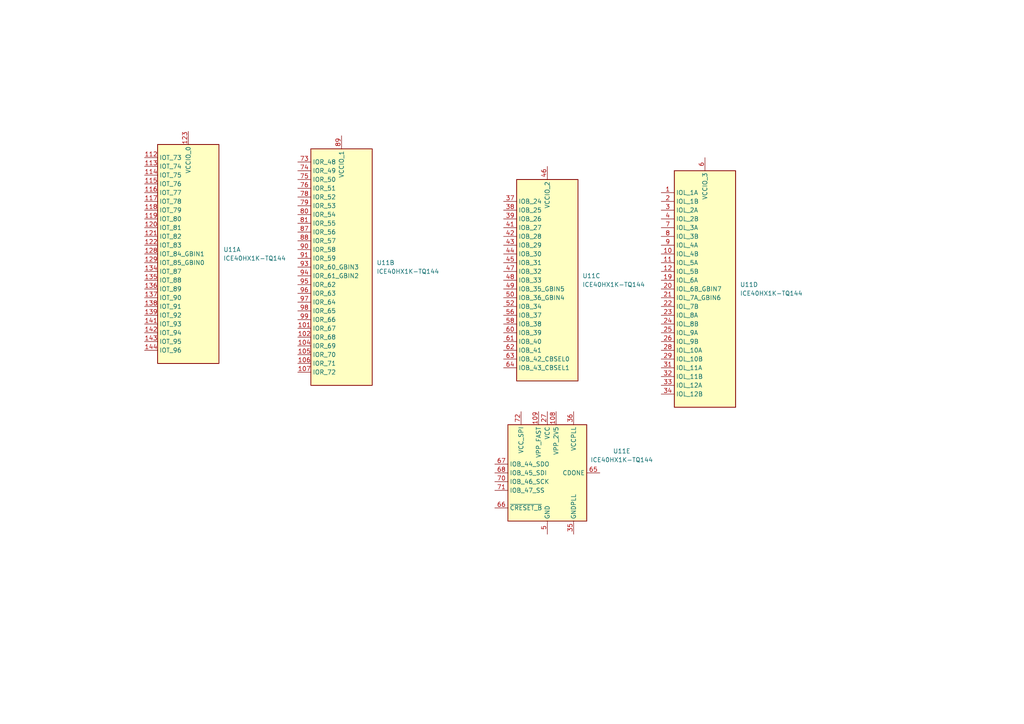
<source format=kicad_sch>
(kicad_sch (version 20231120) (generator "eeschema") (generator_version "8.0")
  (paper "A4")
  (lib_symbols
    (symbol "FPGA_Lattice:ICE40HX1K-TQ144"
      (property "Reference" "U" (at -6.35 36.83 0))
      (property "Value" "ICE40HX1K-TQ144" (at 10.16 36.83 0))
      (symbol "ICE40HX1K-TQ144_1_1"
        (rectangle (start -8.89 31.75) (end 8.89 -31.75) (stroke (width 0.254)) (fill (type background)))
        (pin bidirectional line (at -12.7 27.94 0) (length 3.81) (name "IOT_73") (number "112"))
        (pin bidirectional line (at -12.7 25.4 0) (length 3.81) (name "IOT_74") (number "113"))
        (pin bidirectional line (at -12.7 22.86 0) (length 3.81) (name "IOT_75") (number "114"))
        (pin bidirectional line (at -12.7 20.32 0) (length 3.81) (name "IOT_76") (number "115"))
        (pin bidirectional line (at -12.7 17.78 0) (length 3.81) (name "IOT_77") (number "116"))
        (pin bidirectional line (at -12.7 15.24 0) (length 3.81) (name "IOT_78") (number "117"))
        (pin bidirectional line (at -12.7 12.7 0) (length 3.81) (name "IOT_79") (number "118"))
        (pin bidirectional line (at -12.7 10.16 0) (length 3.81) (name "IOT_80") (number "119"))
        (pin bidirectional line (at -12.7 7.62 0) (length 3.81) (name "IOT_81") (number "120"))
        (pin bidirectional line (at -12.7 5.08 0) (length 3.81) (name "IOT_82") (number "121"))
        (pin bidirectional line (at -12.7 2.54 0) (length 3.81) (name "IOT_83") (number "122"))
        (pin power_in line (at 0 35.56 270) (length 3.81) (name "VCCIO_0") (number "123"))
        (pin bidirectional line (at -12.7 0 0) (length 3.81) (name "IOT_84_GBIN1") (number "128"))
        (pin bidirectional line (at -12.7 -2.54 0) (length 3.81) (name "IOT_85_GBIN0") (number "129"))
        (pin passive line (at 0 35.56 270) (length 3.81) hide (name "VCCIO_0") (number "133"))
        (pin bidirectional line (at -12.7 -5.08 0) (length 3.81) (name "IOT_87") (number "134"))
        (pin bidirectional line (at -12.7 -7.62 0) (length 3.81) (name "IOT_88") (number "135"))
        (pin bidirectional line (at -12.7 -10.16 0) (length 3.81) (name "IOT_89") (number "136"))
        (pin bidirectional line (at -12.7 -12.7 0) (length 3.81) (name "IOT_90") (number "137"))
        (pin bidirectional line (at -12.7 -15.24 0) (length 3.81) (name "IOT_91") (number "138"))
        (pin bidirectional line (at -12.7 -17.78 0) (length 3.81) (name "IOT_92") (number "139"))
        (pin bidirectional line (at -12.7 -20.32 0) (length 3.81) (name "IOT_93") (number "141"))
        (pin bidirectional line (at -12.7 -22.86 0) (length 3.81) (name "IOT_94") (number "142"))
        (pin bidirectional line (at -12.7 -25.4 0) (length 3.81) (name "IOT_95") (number "143"))
        (pin bidirectional line (at -12.7 -27.94 0) (length 3.81) (name "IOT_96") (number "144"))
        (pin no_connect line (at 7.62 10.16 180) (length 3.81) hide (name "NC") (number "15"))
        (pin no_connect line (at 7.62 7.62 180) (length 3.81) hide (name "NC") (number "16"))
        (pin no_connect line (at 7.62 5.08 180) (length 3.81) hide (name "NC") (number "17"))
        (pin no_connect line (at 7.62 -7.62 180) (length 3.81) hide (name "NC") (number "18"))
        (pin no_connect line (at 7.62 -10.16 180) (length 3.81) hide (name "NC") (number "77"))
      )
      (symbol "ICE40HX1K-TQ144_2_1"
        (rectangle (start -8.89 34.29) (end 8.89 -34.29) (stroke (width 0.254)) (fill (type background)))
        (pin passive line (at 0 38.1 270) (length 3.81) hide (name "VCCIO_1") (number "100"))
        (pin bidirectional line (at -12.7 -17.78 0) (length 3.81) (name "IOR_67") (number "101"))
        (pin bidirectional line (at -12.7 -20.32 0) (length 3.81) (name "IOR_68") (number "102"))
        (pin bidirectional line (at -12.7 -22.86 0) (length 3.81) (name "IOR_69") (number "104"))
        (pin bidirectional line (at -12.7 -25.4 0) (length 3.81) (name "IOR_70") (number "105"))
        (pin bidirectional line (at -12.7 -27.94 0) (length 3.81) (name "IOR_71") (number "106"))
        (pin bidirectional line (at -12.7 -30.48 0) (length 3.81) (name "IOR_72") (number "107"))
        (pin no_connect line (at 7.62 10.16 180) (length 3.81) hide (name "NC") (number "40"))
        (pin no_connect line (at 7.62 7.62 180) (length 3.81) hide (name "NC") (number "53"))
        (pin no_connect line (at 7.62 5.08 180) (length 3.81) hide (name "NC") (number "54"))
        (pin no_connect line (at 7.62 -7.62 180) (length 3.81) hide (name "NC") (number "55"))
        (pin bidirectional line (at -12.7 30.48 0) (length 3.81) (name "IOR_48") (number "73"))
        (pin bidirectional line (at -12.7 27.94 0) (length 3.81) (name "IOR_49") (number "74"))
        (pin bidirectional line (at -12.7 25.4 0) (length 3.81) (name "IOR_50") (number "75"))
        (pin bidirectional line (at -12.7 22.86 0) (length 3.81) (name "IOR_51") (number "76"))
        (pin bidirectional line (at -12.7 20.32 0) (length 3.81) (name "IOR_52") (number "78"))
        (pin bidirectional line (at -12.7 17.78 0) (length 3.81) (name "IOR_53") (number "79"))
        (pin bidirectional line (at -12.7 15.24 0) (length 3.81) (name "IOR_54") (number "80"))
        (pin bidirectional line (at -12.7 12.7 0) (length 3.81) (name "IOR_55") (number "81"))
        (pin no_connect line (at 7.62 -10.16 180) (length 3.81) hide (name "NC") (number "82"))
        (pin bidirectional line (at -12.7 10.16 0) (length 3.81) (name "IOR_56") (number "87"))
        (pin bidirectional line (at -12.7 7.62 0) (length 3.81) (name "IOR_57") (number "88"))
        (pin power_in line (at 0 38.1 270) (length 3.81) (name "VCCIO_1") (number "89"))
        (pin bidirectional line (at -12.7 5.08 0) (length 3.81) (name "IOR_58") (number "90"))
        (pin bidirectional line (at -12.7 2.54 0) (length 3.81) (name "IOR_59") (number "91"))
        (pin bidirectional line (at -12.7 0 0) (length 3.81) (name "IOR_60_GBIN3") (number "93"))
        (pin bidirectional line (at -12.7 -2.54 0) (length 3.81) (name "IOR_61_GBIN2") (number "94"))
        (pin bidirectional line (at -12.7 -5.08 0) (length 3.81) (name "IOR_62") (number "95"))
        (pin bidirectional line (at -12.7 -7.62 0) (length 3.81) (name "IOR_63") (number "96"))
        (pin bidirectional line (at -12.7 -10.16 0) (length 3.81) (name "IOR_64") (number "97"))
        (pin bidirectional line (at -12.7 -12.7 0) (length 3.81) (name "IOR_65") (number "98"))
        (pin bidirectional line (at -12.7 -15.24 0) (length 3.81) (name "IOR_66") (number "99"))
      )
      (symbol "ICE40HX1K-TQ144_3_1"
        (rectangle (start -8.89 29.21) (end 8.89 -29.21) (stroke (width 0.254)) (fill (type background)))
        (pin no_connect line (at 7.62 -10.16 180) (length 3.81) hide (name "NC") (number "110"))
        (pin no_connect line (at 7.62 -17.78 180) (length 3.81) hide (name "NC") (number "124"))
        (pin bidirectional line (at -12.7 22.86 0) (length 3.81) (name "IOB_24") (number "37"))
        (pin bidirectional line (at -12.7 20.32 0) (length 3.81) (name "IOB_25") (number "38"))
        (pin bidirectional line (at -12.7 17.78 0) (length 3.81) (name "IOB_26") (number "39"))
        (pin bidirectional line (at -12.7 15.24 0) (length 3.81) (name "IOB_27") (number "41"))
        (pin bidirectional line (at -12.7 12.7 0) (length 3.81) (name "IOB_28") (number "42"))
        (pin bidirectional line (at -12.7 10.16 0) (length 3.81) (name "IOB_29") (number "43"))
        (pin bidirectional line (at -12.7 7.62 0) (length 3.81) (name "IOB_30") (number "44"))
        (pin bidirectional line (at -12.7 5.08 0) (length 3.81) (name "IOB_31") (number "45"))
        (pin power_in line (at 0 33.02 270) (length 3.81) (name "VCCIO_2") (number "46"))
        (pin bidirectional line (at -12.7 2.54 0) (length 3.81) (name "IOB_32") (number "47"))
        (pin bidirectional line (at -12.7 0 0) (length 3.81) (name "IOB_33") (number "48"))
        (pin bidirectional line (at -12.7 -2.54 0) (length 3.81) (name "IOB_35_GBIN5") (number "49"))
        (pin bidirectional line (at -12.7 -5.08 0) (length 3.81) (name "IOB_36_GBIN4") (number "50"))
        (pin bidirectional line (at -12.7 -7.62 0) (length 3.81) (name "IOB_34") (number "52"))
        (pin bidirectional line (at -12.7 -10.16 0) (length 3.81) (name "IOB_37") (number "56"))
        (pin passive line (at 0 33.02 270) (length 3.81) hide (name "VCCIO_2") (number "57"))
        (pin bidirectional line (at -12.7 -12.7 0) (length 3.81) (name "IOB_38") (number "58"))
        (pin bidirectional line (at -12.7 -15.24 0) (length 3.81) (name "IOB_39") (number "60"))
        (pin bidirectional line (at -12.7 -17.78 0) (length 3.81) (name "IOB_40") (number "61"))
        (pin bidirectional line (at -12.7 -20.32 0) (length 3.81) (name "IOB_41") (number "62"))
        (pin bidirectional line (at -12.7 -22.86 0) (length 3.81) (name "IOB_42_CBSEL0") (number "63"))
        (pin bidirectional line (at -12.7 -25.4 0) (length 3.81) (name "IOB_43_CBSEL1") (number "64"))
        (pin no_connect line (at 7.62 10.16 180) (length 3.81) hide (name "NC") (number "83"))
        (pin no_connect line (at 7.62 7.62 180) (length 3.81) hide (name "NC") (number "84"))
        (pin no_connect line (at 7.62 -12.7 180) (length 3.81) hide (name "NC") (number "85"))
      )
      (symbol "ICE40HX1K-TQ144_4_1"
        (rectangle (start -8.89 34.29) (end 8.89 -34.29) (stroke (width 0.254)) (fill (type background)))
        (pin bidirectional line (at -12.7 27.94 0) (length 3.81) (name "IOL_1A") (number "1"))
        (pin bidirectional line (at -12.7 10.16 0) (length 3.81) (name "IOL_4B") (number "10"))
        (pin bidirectional line (at -12.7 7.62 0) (length 3.81) (name "IOL_5A") (number "11"))
        (pin bidirectional line (at -12.7 5.08 0) (length 3.81) (name "IOL_5B") (number "12"))
        (pin no_connect line (at 7.62 10.16 180) (length 3.81) hide (name "NC") (number "125"))
        (pin no_connect line (at 7.62 7.62 180) (length 3.81) hide (name "NC") (number "126"))
        (pin no_connect line (at 7.62 5.08 180) (length 3.81) hide (name "NC") (number "127"))
        (pin no_connect line (at 7.62 -7.62 180) (length 3.81) hide (name "NC") (number "130"))
        (pin no_connect line (at 7.62 -10.16 180) (length 3.81) hide (name "NC") (number "131"))
        (pin bidirectional line (at -12.7 2.54 0) (length 3.81) (name "IOL_6A") (number "19"))
        (pin bidirectional line (at -12.7 25.4 0) (length 3.81) (name "IOL_1B") (number "2"))
        (pin bidirectional line (at -12.7 0 0) (length 3.81) (name "IOL_6B_GBIN7") (number "20"))
        (pin bidirectional line (at -12.7 -2.54 0) (length 3.81) (name "IOL_7A_GBIN6") (number "21"))
        (pin bidirectional line (at -12.7 -5.08 0) (length 3.81) (name "IOL_7B") (number "22"))
        (pin bidirectional line (at -12.7 -7.62 0) (length 3.81) (name "IOL_8A") (number "23"))
        (pin bidirectional line (at -12.7 -10.16 0) (length 3.81) (name "IOL_8B") (number "24"))
        (pin bidirectional line (at -12.7 -12.7 0) (length 3.81) (name "IOL_9A") (number "25"))
        (pin bidirectional line (at -12.7 -15.24 0) (length 3.81) (name "IOL_9B") (number "26"))
        (pin bidirectional line (at -12.7 -17.78 0) (length 3.81) (name "IOL_10A") (number "28"))
        (pin bidirectional line (at -12.7 -20.32 0) (length 3.81) (name "IOL_10B") (number "29"))
        (pin bidirectional line (at -12.7 22.86 0) (length 3.81) (name "IOL_2A") (number "3"))
        (pin passive line (at 0 38.1 270) (length 3.81) hide (name "VCCIO_3") (number "30"))
        (pin bidirectional line (at -12.7 -22.86 0) (length 3.81) (name "IOL_11A") (number "31"))
        (pin bidirectional line (at -12.7 -25.4 0) (length 3.81) (name "IOL_11B") (number "32"))
        (pin bidirectional line (at -12.7 -27.94 0) (length 3.81) (name "IOL_12A") (number "33"))
        (pin bidirectional line (at -12.7 -30.48 0) (length 3.81) (name "IOL_12B") (number "34"))
        (pin bidirectional line (at -12.7 20.32 0) (length 3.81) (name "IOL_2B") (number "4"))
        (pin power_in line (at 0 38.1 270) (length 3.81) (name "VCCIO_3") (number "6"))
        (pin bidirectional line (at -12.7 17.78 0) (length 3.81) (name "IOL_3A") (number "7"))
        (pin bidirectional line (at -12.7 15.24 0) (length 3.81) (name "IOL_3B") (number "8"))
        (pin bidirectional line (at -12.7 12.7 0) (length 3.81) (name "IOL_4A") (number "9"))
      )
      (symbol "ICE40HX1K-TQ144_5_1"
        (rectangle (start -11.43 13.97) (end 11.43 -13.97) (stroke (width 0.254)) (fill (type background)))
        (pin passive line (at 0 -17.78 90) (length 3.81) hide (name "GND") (number "103"))
        (pin power_in line (at 2.54 17.78 270) (length 3.81) (name "VPP_2V5") (number "108"))
        (pin power_in line (at -2.54 17.78 270) (length 3.81) (name "VPP_FAST") (number "109"))
        (pin passive line (at 0 17.78 270) (length 3.81) hide (name "VCC") (number "111"))
        (pin passive line (at 0 -17.78 90) (length 3.81) hide (name "GND") (number "13"))
        (pin passive line (at 0 -17.78 90) (length 3.81) hide (name "GND") (number "132"))
        (pin passive line (at 0 -17.78 90) (length 3.81) hide (name "GND") (number "14"))
        (pin passive line (at 0 -17.78 90) (length 3.81) hide (name "GND") (number "140"))
        (pin power_in line (at 0 17.78 270) (length 3.81) (name "VCC") (number "27"))
        (pin power_in line (at 7.62 -17.78 90) (length 3.81) (name "GNDPLL") (number "35"))
        (pin power_in line (at 7.62 17.78 270) (length 3.81) (name "VCCPLL") (number "36"))
        (pin power_in line (at 0 -17.78 90) (length 3.81) (name "GND") (number "5"))
        (pin passive line (at 0 17.78 270) (length 3.81) hide (name "VCC") (number "51"))
        (pin passive line (at 0 -17.78 90) (length 3.81) hide (name "GND") (number "59"))
        (pin open_collector line (at 15.24 0 180) (length 3.81) (name "CDONE") (number "65"))
        (pin input line (at -15.24 -10.16 0) (length 3.81) (name "~{CRESET_B}") (number "66"))
        (pin bidirectional line (at -15.24 2.54 0) (length 3.81) (name "IOB_44_SDO") (number "67"))
        (pin bidirectional line (at -15.24 0 0) (length 3.81) (name "IOB_45_SDI") (number "68"))
        (pin passive line (at 0 -17.78 90) (length 3.81) hide (name "GND") (number "69"))
        (pin bidirectional line (at -15.24 -2.54 0) (length 3.81) (name "IOB_46_SCK") (number "70"))
        (pin bidirectional line (at -15.24 -5.08 0) (length 3.81) (name "IOB_47_SS") (number "71"))
        (pin power_in line (at -7.62 17.78 270) (length 3.81) (name "VCC_SPI") (number "72"))
        (pin passive line (at 0 -17.78 90) (length 3.81) hide (name "GND") (number "86"))
        (pin passive line (at 0 17.78 270) (length 3.81) hide (name "VCC") (number "92"))
      )
    )
  )
  (symbol (lib_id "FPGA_Lattice:ICE40HX1K-TQ144") (at 158.75 81.28 0) (unit 3)
    (property "Reference" "U11" (at 168.91 80.0099 0) (effects (justify left)))
    (property "Value" "ICE40HX1K-TQ144" (at 168.91 82.5499 0) (effects (justify left)))
    (property "Footprint" "Package_QFP:TQFP-144_20x20mm_P0.5mm" (effects (hide yes)))
    (property "Datasheet" "http://www.latticesemi.com/Products/FPGAandCPLD/iCE40" (effects (hide yes)))
    (property "Description" "iCE40 HX FPGA, 1280 LUTs, 1.2V, TQFP-144" (effects (hide yes)))
  )
  (symbol (lib_id "FPGA_Lattice:ICE40HX1K-TQ144") (at 158.75 137.16 0) (unit 5)
    (property "Reference" "U11" (at 180.34 130.8414 0))
    (property "Value" "ICE40HX1K-TQ144" (at 180.34 133.3814 0))
    (property "Footprint" "Package_QFP:TQFP-144_20x20mm_P0.5mm" (effects (hide yes)))
    (property "Datasheet" "http://www.latticesemi.com/Products/FPGAandCPLD/iCE40" (effects (hide yes)))
    (property "Description" "iCE40 HX FPGA, 1280 LUTs, 1.2V, TQFP-144" (effects (hide yes)))
  )
  (symbol (lib_id "FPGA_Lattice:ICE40HX1K-TQ144") (at 204.47 83.82 0) (unit 4)
    (property "Reference" "U11" (at 214.63 82.5499 0) (effects (justify left)))
    (property "Value" "ICE40HX1K-TQ144" (at 214.63 85.0899 0) (effects (justify left)))
    (property "Footprint" "Package_QFP:TQFP-144_20x20mm_P0.5mm" (effects (hide yes)))
    (property "Datasheet" "http://www.latticesemi.com/Products/FPGAandCPLD/iCE40" (effects (hide yes)))
    (property "Description" "iCE40 HX FPGA, 1280 LUTs, 1.2V, TQFP-144" (effects (hide yes)))
  )
  (symbol (lib_id "FPGA_Lattice:ICE40HX1K-TQ144") (at 99.06 77.47 0) (unit 2)
    (property "Reference" "U11" (at 109.22 76.1999 0) (effects (justify left)))
    (property "Value" "ICE40HX1K-TQ144" (at 109.22 78.7399 0) (effects (justify left)))
    (property "Footprint" "Package_QFP:TQFP-144_20x20mm_P0.5mm" (effects (hide yes)))
    (property "Datasheet" "http://www.latticesemi.com/Products/FPGAandCPLD/iCE40" (effects (hide yes)))
    (property "Description" "iCE40 HX FPGA, 1280 LUTs, 1.2V, TQFP-144" (effects (hide yes)))
  )
  (symbol (lib_id "FPGA_Lattice:ICE40HX1K-TQ144") (at 54.61 73.66 0) (unit 1)
    (property "Reference" "U11" (at 64.77 72.3899 0) (effects (justify left)))
    (property "Value" "ICE40HX1K-TQ144" (at 64.77 74.9299 0) (effects (justify left)))
    (property "Footprint" "Package_QFP:TQFP-144_20x20mm_P0.5mm" (effects (hide yes)))
    (property "Datasheet" "http://www.latticesemi.com/Products/FPGAandCPLD/iCE40" (effects (hide yes)))
    (property "Description" "iCE40 HX FPGA, 1280 LUTs, 1.2V, TQFP-144" (effects (hide yes)))
  )
)
</source>
